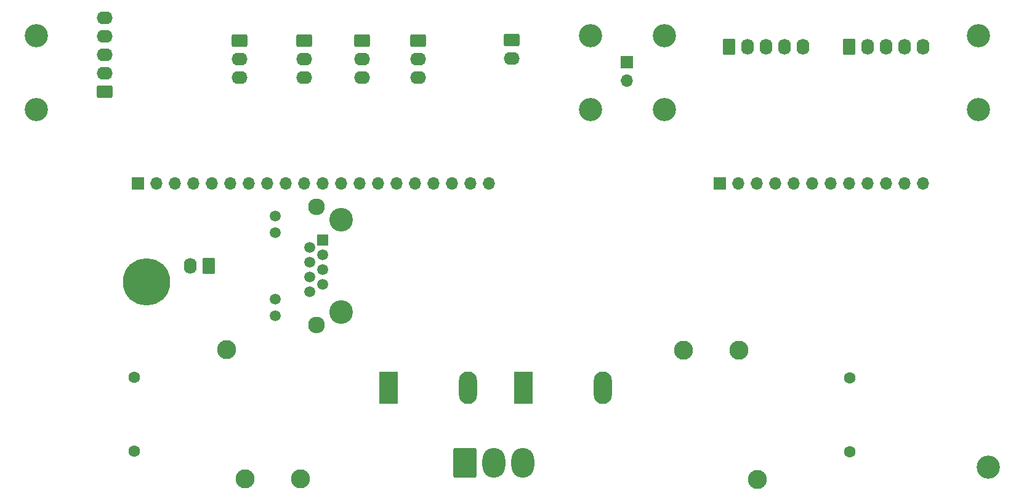
<source format=gbs>
%TF.GenerationSoftware,KiCad,Pcbnew,5.99.0-unknown-47cb7f53fd~143~ubuntu20.04.1*%
%TF.CreationDate,2021-11-23T21:24:54-08:00*%
%TF.ProjectId,acorn-odrive-interface,61636f72-6e2d-46f6-9472-6976652d696e,rev?*%
%TF.SameCoordinates,Original*%
%TF.FileFunction,Soldermask,Bot*%
%TF.FilePolarity,Negative*%
%FSLAX46Y46*%
G04 Gerber Fmt 4.6, Leading zero omitted, Abs format (unit mm)*
G04 Created by KiCad (PCBNEW 5.99.0-unknown-47cb7f53fd~143~ubuntu20.04.1) date 2021-11-23 21:24:54*
%MOMM*%
%LPD*%
G01*
G04 APERTURE LIST*
G04 Aperture macros list*
%AMRoundRect*
0 Rectangle with rounded corners*
0 $1 Rounding radius*
0 $2 $3 $4 $5 $6 $7 $8 $9 X,Y pos of 4 corners*
0 Add a 4 corners polygon primitive as box body*
4,1,4,$2,$3,$4,$5,$6,$7,$8,$9,$2,$3,0*
0 Add four circle primitives for the rounded corners*
1,1,$1+$1,$2,$3*
1,1,$1+$1,$4,$5*
1,1,$1+$1,$6,$7*
1,1,$1+$1,$8,$9*
0 Add four rect primitives between the rounded corners*
20,1,$1+$1,$2,$3,$4,$5,0*
20,1,$1+$1,$4,$5,$6,$7,0*
20,1,$1+$1,$6,$7,$8,$9,0*
20,1,$1+$1,$8,$9,$2,$3,0*%
G04 Aperture macros list end*
%ADD10C,3.200000*%
%ADD11RoundRect,0.250000X-0.845000X0.620000X-0.845000X-0.620000X0.845000X-0.620000X0.845000X0.620000X0*%
%ADD12O,2.190000X1.740000*%
%ADD13C,3.250000*%
%ADD14R,1.500000X1.500000*%
%ADD15C,1.500000*%
%ADD16C,2.300000*%
%ADD17RoundRect,0.250000X0.620000X0.845000X-0.620000X0.845000X-0.620000X-0.845000X0.620000X-0.845000X0*%
%ADD18O,1.740000X2.190000*%
%ADD19RoundRect,0.250000X-0.620000X-0.845000X0.620000X-0.845000X0.620000X0.845000X-0.620000X0.845000X0*%
%ADD20R,1.700000X1.700000*%
%ADD21O,1.700000X1.700000*%
%ADD22C,2.616200*%
%ADD23C,1.600200*%
%ADD24RoundRect,0.250000X0.845000X-0.620000X0.845000X0.620000X-0.845000X0.620000X-0.845000X-0.620000X0*%
%ADD25RoundRect,0.250000X-1.330000X-1.800000X1.330000X-1.800000X1.330000X1.800000X-1.330000X1.800000X0*%
%ADD26O,3.160000X4.100000*%
%ADD27R,2.500000X4.500000*%
%ADD28O,2.500000X4.500000*%
%ADD29C,6.500000*%
G04 APERTURE END LIST*
D10*
X158750000Y-82550000D03*
D11*
X110490000Y-73025000D03*
D12*
X110490000Y-75565000D03*
X110490000Y-78105000D03*
D11*
X119380000Y-73025000D03*
D12*
X119380000Y-75565000D03*
X119380000Y-78105000D03*
D11*
X127340000Y-73025000D03*
D12*
X127340000Y-75565000D03*
X127340000Y-78105000D03*
D11*
X135090000Y-73025000D03*
D12*
X135090000Y-75565000D03*
X135090000Y-78105000D03*
D10*
X82550000Y-72390000D03*
X82550000Y-82550000D03*
X158750000Y-72390000D03*
D11*
X147980000Y-73000000D03*
D12*
X147980000Y-75540000D03*
D13*
X124540000Y-110346000D03*
X124540000Y-97646000D03*
D14*
X122000000Y-100436000D03*
D15*
X120220000Y-101452000D03*
X122000000Y-102468000D03*
X120220000Y-103484000D03*
X122000000Y-104500000D03*
X120220000Y-105516000D03*
X122000000Y-106532000D03*
X120220000Y-107548000D03*
X115400000Y-97136000D03*
X115400000Y-99426000D03*
X115400000Y-108566000D03*
X115400000Y-110856000D03*
D16*
X121110000Y-112126000D03*
X121110000Y-95866000D03*
D17*
X106270000Y-104000000D03*
D18*
X103730000Y-104000000D03*
D10*
X168910000Y-72390000D03*
X212090000Y-72390000D03*
X212090000Y-82550000D03*
X168910000Y-82550000D03*
D19*
X194310000Y-73914000D03*
D18*
X196850000Y-73914000D03*
X199390000Y-73914000D03*
X201930000Y-73914000D03*
X204470000Y-73914000D03*
D20*
X176530000Y-92710000D03*
D21*
X179070000Y-92710000D03*
X181610000Y-92710000D03*
X184150000Y-92710000D03*
X186690000Y-92710000D03*
X189230000Y-92710000D03*
X191770000Y-92710000D03*
X194310000Y-92710000D03*
X196850000Y-92710000D03*
X199390000Y-92710000D03*
X201930000Y-92710000D03*
X204470000Y-92710000D03*
D19*
X177800000Y-73914000D03*
D18*
X180340000Y-73914000D03*
X182880000Y-73914000D03*
X185420000Y-73914000D03*
X187960000Y-73914000D03*
D20*
X163750000Y-76000000D03*
D21*
X163750000Y-78540000D03*
D22*
X118895200Y-133356500D03*
X111275200Y-133356500D03*
X108735200Y-115576500D03*
D23*
X96035200Y-129546500D03*
X96035200Y-119386500D03*
D10*
X213500000Y-131750000D03*
D22*
X171604800Y-115643500D03*
X179224800Y-115643500D03*
X181764800Y-133423500D03*
D23*
X194464800Y-119453500D03*
X194464800Y-129613500D03*
D24*
X92020000Y-80080000D03*
D12*
X92020000Y-77540000D03*
X92020000Y-75000000D03*
X92020000Y-72460000D03*
X92020000Y-69920000D03*
D25*
X141540000Y-131105000D03*
D26*
X145500000Y-131105000D03*
X149460000Y-131105000D03*
D27*
X149550000Y-120820000D03*
D28*
X160450000Y-120820000D03*
D27*
X131050000Y-120820000D03*
D28*
X141950000Y-120820000D03*
D29*
X97750000Y-106210000D03*
D20*
X96520000Y-92710000D03*
D21*
X99060000Y-92710000D03*
X101600000Y-92710000D03*
X104140000Y-92710000D03*
X106680000Y-92710000D03*
X109220000Y-92710000D03*
X111760000Y-92710000D03*
X114300000Y-92710000D03*
X116840000Y-92710000D03*
X119380000Y-92710000D03*
X121920000Y-92710000D03*
X124460000Y-92710000D03*
X127000000Y-92710000D03*
X129540000Y-92710000D03*
X132080000Y-92710000D03*
X134620000Y-92710000D03*
X137160000Y-92710000D03*
X139700000Y-92710000D03*
X142240000Y-92710000D03*
X144780000Y-92710000D03*
M02*

</source>
